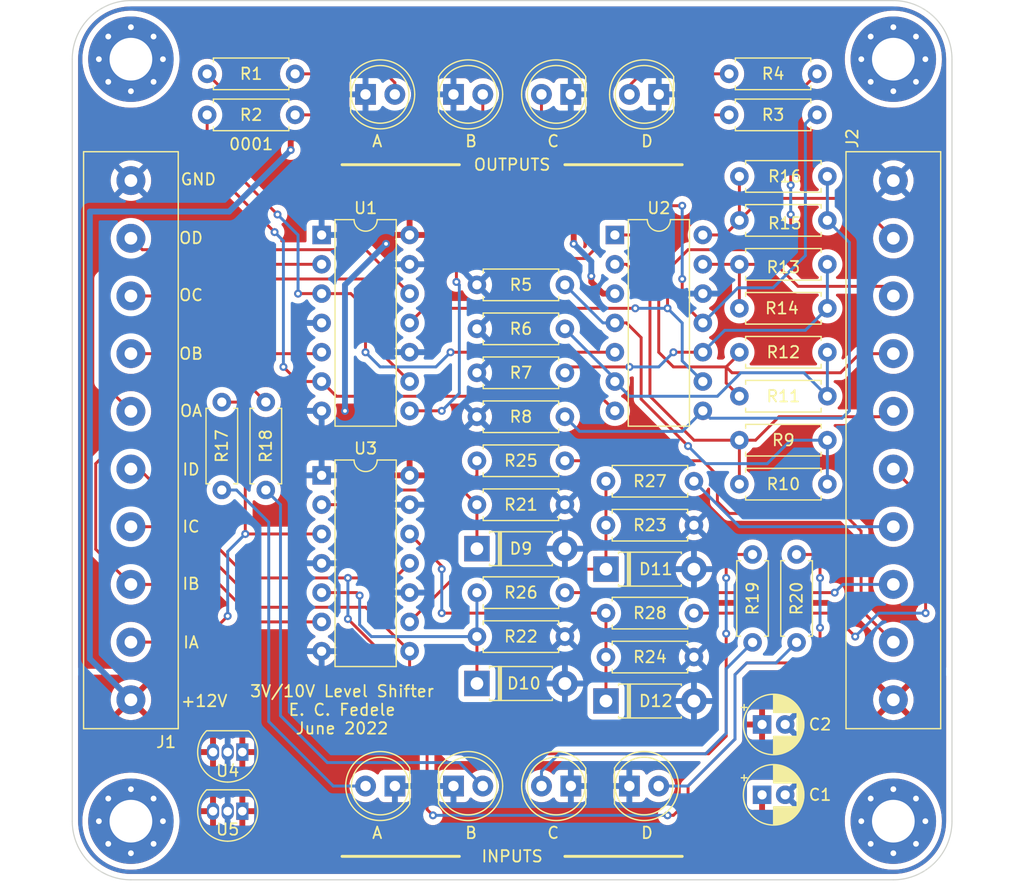
<source format=kicad_pcb>
(kicad_pcb (version 20211014) (generator pcbnew)
  (title_block (title "3.3V-10V Industrial Signaling Bidirectional Level Shifter") (date "June 26, 2022") (rev "A") (company "ecfedele") (comment 1 "PRELIMINARY"))
  (layers (0 "F.Cu" signal) (31 "B.Cu" signal) (34 "B.Paste" user) (35 "F.Paste" user) (36 "B.SilkS" user "B.Silkscreen") (37 "F.SilkS" user "F.Silkscreen") (38 "B.Mask" user) (39 "F.Mask" user) (44 "Edge.Cuts" user))
  (net 0 "")
  (net 1 "+12V")
  (net 2 "GND")
  (net 3 "+3V3")
  (net 4 "Net-(D1-Pad2)")
  (net 5 "Net-(D2-Pad2)")
  (net 6 "Net-(D3-Pad2)")
  (net 7 "Net-(D4-Pad2)")
  (net 8 "Net-(D5-Pad2)")
  (net 9 "Net-(D6-Pad2)")
  (net 10 "Net-(D7-Pad2)")
  (net 11 "Net-(D8-Pad2)")
  (net 12 "Net-(U3-Pad2)")
  (net 13 "Net-(U3-Pad5)")
  (net 14 "Net-(U3-Pad9)")
  (net 15 "Net-(U3-Pad12)")
  (net 16 "/IN_A")
  (net 17 "/IN_B")
  (net 18 "/IN_C")
  (net 19 "/IN_D")
  (net 20 "/OUT_A")
  (net 21 "/OUT_B")
  (net 22 "/OUT_C")
  (net 23 "/OUT_D")
  (net 24 "/IN_A_10V")
  (net 25 "/IN_B_10V")
  (net 26 "/IN_C_10V")
  (net 27 "/IN_D_10V")
  (net 28 "/OUT_A_10V")
  (net 29 "/OUT_B_10V")
  (net 30 "/OUT_C_10V")
  (net 31 "/OUT_D_10V")
  (net 32 "Net-(U1-Pad3)")
  (net 33 "Net-(U1-Pad6)")
  (net 34 "Net-(U1-Pad8)")
  (net 35 "Net-(U1-Pad11)")
  (net 36 "Net-(U2-Pad4)")
  (net 37 "Net-(U2-Pad6)")
  (net 38 "Net-(U2-Pad10)")
  (net 39 "Net-(U2-Pad8)")
  (footprint "Resistor_THT:R_Axial_DIN0207_L6.3mm_D2.5mm_P7.62mm_Horizontal" (layer "F.Cu") (at 147.574 111.003)
    (fp_text reference "R26")
    (fp_text value "14k")
  )
  (footprint "Resistor_THT:R_Axial_DIN0207_L6.3mm_D2.5mm_P7.62mm_Horizontal" (layer "F.Cu") (at 177.927 93.98 180)
    (fp_text reference "R11")
    (fp_text value "6.8k")
  )
  (footprint "Resistor_THT:R_Axial_DIN0207_L6.3mm_D2.5mm_P7.62mm_Horizontal" (layer "F.Cu") (at 125.476 102.108 90)
    (fp_text reference "R17")
    (fp_text value "60.4R")
  )
  (footprint "LED_THT:LED_D5.0mm" (layer "F.Cu") (at 145.542 127.762)
    (fp_text reference "D6" hide)
    (fp_text value "AMBER")
  )
  (footprint "Resistor_THT:R_Axial_DIN0207_L6.3mm_D2.5mm_P7.62mm_Horizontal" (layer "F.Cu") (at 166.37 105.156 180)
    (fp_text reference "R23")
    (fp_text value "6.8k")
  )
  (footprint "Resistor_THT:R_Axial_DIN0207_L6.3mm_D2.5mm_P7.62mm_Horizontal" (layer "F.Cu") (at 158.75 101.346)
    (fp_text reference "R27")
    (fp_text value "14k")
  )
  (footprint "MountingHole:MountingHole_3.7mm_Pad_Via" (layer "F.Cu") (at 183.642 130.81)
    (fp_text reference "REF**" hide)
    (fp_text value "MountingHole_3.7mm_Pad_Via")
  )
  (footprint "Resistor_THT:R_Axial_DIN0207_L6.3mm_D2.5mm_P7.62mm_Horizontal" (layer "F.Cu") (at 177.927 78.74 180)
    (fp_text reference "R15")
    (fp_text value "6.8k")
  )
  (footprint "Resistor_THT:R_Axial_DIN0207_L6.3mm_D2.5mm_P7.62mm_Horizontal" (layer "F.Cu") (at 170.307 90.17)
    (fp_text reference "R12")
    (fp_text value "47k")
  )
  (footprint "MountingHole:MountingHole_3.7mm_Pad_Via" (layer "F.Cu") (at 183.642 64.77)
    (fp_text reference "REF**" hide)
    (fp_text value "MountingHole_3.7mm_Pad_Via")
  )
  (footprint "Resistor_THT:R_Axial_DIN0207_L6.3mm_D2.5mm_P7.62mm_Horizontal" (layer "F.Cu") (at 170.307 86.36)
    (fp_text reference "R14")
    (fp_text value "47k")
  )
  (footprint "Package_DIP:DIP-14_W7.62mm" (layer "F.Cu") (at 159.522 80.005)
    (fp_text reference "U2")
    (fp_text value "LM339")
  )
  (footprint "Resistor_THT:R_Axial_DIN0207_L6.3mm_D2.5mm_P7.62mm_Horizontal" (layer "F.Cu") (at 177.927 97.79 180)
    (fp_text reference "R9")
    (fp_text value "6.8k")
  )
  (footprint "Resistor_THT:R_Axial_DIN0207_L6.3mm_D2.5mm_P7.62mm_Horizontal" (layer "F.Cu") (at 166.37 116.586 180)
    (fp_text reference "R24")
    (fp_text value "6.8k")
  )
  (footprint "MountingHole:MountingHole_3.7mm_Pad_Via" (layer "F.Cu") (at 117.602 64.77)
    (fp_text reference "REF**" hide)
    (fp_text value "MountingHole_3.7mm_Pad_Via")
  )
  (footprint "Resistor_THT:R_Axial_DIN0207_L6.3mm_D2.5mm_P7.62mm_Horizontal" (layer "F.Cu") (at 169.418 66.04)
    (fp_text reference "R4")
    (fp_text value "1R")
  )
  (footprint "Resistor_THT:R_Axial_DIN0207_L6.3mm_D2.5mm_P7.62mm_Horizontal" (layer "F.Cu") (at 175.26 115.316 90)
    (fp_text reference "R20")
    (fp_text value "60.4R")
  )
  (footprint "LED_THT:LED_D5.0mm" (layer "F.Cu") (at 137.922 67.818)
    (fp_text reference "D1" hide)
    (fp_text value "CYAN")
  )
  (footprint "Resistor_THT:R_Axial_DIN0207_L6.3mm_D2.5mm_P7.62mm_Horizontal" (layer "F.Cu") (at 169.418 69.596)
    (fp_text reference "R3")
    (fp_text value "1R")
  )
  (footprint "Capacitor_THT:CP_Radial_D5.0mm_P2.00mm" (layer "F.Cu") (at 172.272888 122.428)
    (fp_text reference "C2")
    (fp_text value "10μ")
  )
  (footprint "Resistor_THT:R_Axial_DIN0207_L6.3mm_D2.5mm_P7.62mm_Horizontal" (layer "F.Cu") (at 131.826 66.04 180)
    (fp_text reference "R1")
    (fp_text value "1R")
  )
  (footprint "Package_DIP:DIP-14_W7.62mm" (layer "F.Cu") (at 134.122 80.005)
    (fp_text reference "U1")
    (fp_text value "SN74HC125N")
  )
  (footprint "Resistor_THT:R_Axial_DIN0207_L6.3mm_D2.5mm_P7.62mm_Horizontal" (layer "F.Cu") (at 131.826 69.596 180)
    (fp_text reference "R2")
    (fp_text value "1R")
  )
  (footprint "Diode_THT:D_DO-41_SOD81_P7.62mm_Horizontal" (layer "F.Cu") (at 158.75 108.966)
    (fp_text reference "D11")
    (fp_text value "1N4728A")
  )
  (footprint "LED_THT:LED_D5.0mm" (layer "F.Cu") (at 155.702 67.818 180)
    (fp_text reference "D3" hide)
    (fp_text value "CYAN")
  )
  (footprint "Library:1-282836-0" (layer "F.Cu") (at 183.642 97.79 -90)
    (fp_text reference "J2")
    (fp_text value "OUTPUT TERMINAL")
  )
  (footprint "LED_THT:LED_D5.0mm" (layer "F.Cu") (at 160.776996 127.762)
    (fp_text reference "D8" hide)
    (fp_text value "AMBER")
  )
  (footprint "Resistor_THT:R_Axial_DIN0207_L6.3mm_D2.5mm_P7.62mm_Horizontal" (layer "F.Cu") (at 147.574 91.948)
    (fp_text reference "R7")
    (fp_text value "3.3k")
  )
  (footprint "LED_THT:LED_D5.0mm" (layer "F.Cu") (at 163.322 67.818 180)
    (fp_text reference "D4" hide)
    (fp_text value "CYAN")
  )
  (footprint "Capacitor_THT:CP_Radial_D5.0mm_P2.00mm" (layer "F.Cu") (at 172.272888 128.524)
    (fp_text reference "C1")
    (fp_text value "100μ")
  )
  (footprint "Package_TO_SOT_THT:TO-92_Inline" (layer "F.Cu") (at 127.254 129.942 180)
    (fp_text reference "U5")
    (fp_text value "MCP1702")
  )
  (footprint "Resistor_THT:R_Axial_DIN0207_L6.3mm_D2.5mm_P7.62mm_Horizontal" (layer "F.Cu") (at 170.307 101.6)
    (fp_text reference "R10")
    (fp_text value "47k")
  )
  (footprint "Resistor_THT:R_Axial_DIN0207_L6.3mm_D2.5mm_P7.62mm_Horizontal" (layer "F.Cu") (at 147.574 88.138)
    (fp_text reference "R6")
    (fp_text value "3.3k")
  )
  (footprint "Resistor_THT:R_Axial_DIN0207_L6.3mm_D2.5mm_P7.62mm_Horizontal" (layer "F.Cu") (at 158.75 112.776)
    (fp_text reference "R28")
    (fp_text value "14k")
  )
  (footprint "LED_THT:LED_D5.0mm" (layer "F.Cu") (at 155.707004 127.762 180)
    (fp_text reference "D7" hide)
    (fp_text value "AMBER")
  )
  (footprint "Package_TO_SOT_THT:TO-92_Inline" (layer "F.Cu") (at 127.254 124.820006 180)
    (fp_text reference "U4")
    (fp_text value "MCP1702")
  )
  (footprint "Resistor_THT:R_Axial_DIN0207_L6.3mm_D2.5mm_P7.62mm_Horizontal" (layer "F.Cu") (at 170.307 74.93)
    (fp_text reference "R16")
    (fp_text value "47k")
  )
  (footprint "Resistor_THT:R_Axial_DIN0207_L6.3mm_D2.5mm_P7.62mm_Horizontal" (layer "F.Cu") (at 147.574 99.573)
    (fp_text reference "R25")
    (fp_text value "14k")
  )
  (footprint "LED_THT:LED_D5.0mm" (layer "F.Cu") (at 140.467004 127.762 180)
    (fp_text reference "D5" hide)
    (fp_text value "AMBER")
  )
  (footprint "Diode_THT:D_DO-41_SOD81_P7.62mm_Horizontal" (layer "F.Cu") (at 147.574 107.193)
    (fp_text reference "D9")
    (fp_text value "1N4728A")
  )
  (footprint "Resistor_THT:R_Axial_DIN0207_L6.3mm_D2.5mm_P7.62mm_Horizontal" (layer "F.Cu") (at 147.574 95.758)
    (fp_text reference "R8")
    (fp_text value "3.3k")
  )
  (footprint "LED_THT:LED_D5.0mm" (layer "F.Cu") (at 145.542 67.818)
    (fp_text reference "D2" hide)
    (fp_text value "CYAN")
  )
  (footprint "Package_DIP:DIP-14_W7.62mm" (layer "F.Cu") (at 134.122 100.838)
    (fp_text reference "U3")
    (fp_text value "SN74HC125N")
  )
  (footprint "Resistor_THT:R_Axial_DIN0207_L6.3mm_D2.5mm_P7.62mm_Horizontal" (layer "F.Cu") (at 147.574 84.328)
    (fp_text reference "R5")
    (fp_text value "3.3k")
  )
  (footprint "Resistor_THT:R_Axial_DIN0207_L6.3mm_D2.5mm_P7.62mm_Horizontal" (layer "F.Cu") (at 171.45 115.316 90)
    (fp_text reference "R19")
    (fp_text value "60.4R")
  )
  (footprint "Diode_THT:D_DO-41_SOD81_P7.62mm_Horizontal" (layer "F.Cu") (at 147.574 118.877)
    (fp_text reference "D10")
    (fp_text value "1N4728A")
  )
  (footprint "Resistor_THT:R_Axial_DIN0207_L6.3mm_D2.5mm_P7.62mm_Horizontal" (layer "F.Cu") (at 155.194 114.813 180)
    (fp_text reference "R22")
    (fp_text value "6.8k")
  )
  (footprint "Resistor_THT:R_Axial_DIN0207_L6.3mm_D2.5mm_P7.62mm_Horizontal" (layer "F.Cu") (at 177.927 82.55 180)
    (fp_text reference "R13")
    (fp_text value "6.8k")
  )
  (footprint "Resistor_THT:R_Axial_DIN0207_L6.3mm_D2.5mm_P7.62mm_Horizontal" (layer "F.Cu") (at 155.194 103.383 180)
    (fp_text reference "R21")
    (fp_text value "6.8k")
  )
  (footprint "Resistor_THT:R_Axial_DIN0207_L6.3mm_D2.5mm_P7.62mm_Horizontal" (layer "F.Cu") (at 129.286 102.108 90)
    (fp_text reference "R18")
    (fp_text value "60.4R")
  )
  (footprint "Library:1-282836-0" (layer "F.Cu") (at 117.602 97.79 90)
    (fp_text reference "J1")
    (fp_text value "INPUT TERMINAL")
  )
  (footprint "Diode_THT:D_DO-41_SOD81_P7.62mm_Horizontal" (layer "F.Cu") (at 158.75 120.396)
    (fp_text reference "D12")
    (fp_text value "1N4728A")
  )
  (footprint "MountingHole:MountingHole_3.7mm_Pad_Via" (layer "F.Cu") (at 117.602 130.81)
    (fp_text reference "REF**" hide)
    (fp_text value "MountingHole_3.7mm_Pad_Via")
  )
  (gr_line (start 135.89 133.858) (end 146.05 133.858) (layer "F.SilkS") (width 0.254))
  (gr_line (start 135.89 73.914) (end 146.05 73.914) (layer "F.SilkS") (width 0.254))
  (gr_line (start 155.194 73.914) (end 165.354 73.914) (layer "F.SilkS") (width 0.254))
  (gr_line (start 155.194 133.858) (end 165.354 133.858) (layer "F.SilkS") (width 0.254))
  (gr_line (start 188.722 130.81) (end 188.722 64.77) (layer "Edge.Cuts") (width 0.1))
  (gr_line (start 112.522 64.77) (end 112.522 130.81) (layer "Edge.Cuts") (width 0.1))
  (gr_line (start 183.642 59.69) (end 117.602 59.69) (layer "Edge.Cuts") (width 0.1))
  (gr_arc (start 117.602 135.89) (mid 114.009898 134.402102) (end 112.522 130.81) (layer "Edge.Cuts") (width 0.1))
  (gr_line (start 117.602 135.89) (end 183.642 135.89) (layer "Edge.Cuts") (width 0.1))
  (gr_arc (start 188.722 130.81) (mid 187.234102 134.402102) (end 183.642 135.89) (layer "Edge.Cuts") (width 0.1))
  (gr_arc (start 183.642 59.69) (mid 187.234102 61.177898) (end 188.722 64.77) (layer "Edge.Cuts") (width 0.1))
  (gr_arc (start 112.522 64.77) (mid 114.009898 61.177898) (end 117.602 59.69) (layer "Edge.Cuts") (width 0.1))
  (gr_text "B" (at 147.066 131.826) (layer "F.SilkS") (effects (font (size 1.00076 1.00076))))
  (gr_text "IA" (at 122.809 115.316) (layer "F.SilkS") (effects (font (size 1 1))))
  (gr_text "+12V" (at 123.952 120.396) (layer "F.SilkS") (effects (font (size 1 1))))
  (gr_text "OC" (at 122.809 85.217) (layer "F.SilkS") (effects (font (size 1 1))))
  (gr_text "OUTPUTS" (at 150.622 73.914) (layer "F.SilkS") (effects (font (size 1.00076 1.00076))))
  (gr_text "INPUTS" (at 150.622 133.858) (layer "F.SilkS") (effects (font (size 1.00076 1.00076))))
  (gr_text "GND" (at 123.444 75.184) (layer "F.SilkS") (effects (font (size 1 1))))
  (gr_text "ID" (at 122.809 100.33) (layer "F.SilkS") (effects (font (size 1 1))))
  (gr_text "0001" (at 128.016 72.136) (layer "F.SilkS") (effects (font (size 1 1))))
  (gr_text "IC" (at 122.809 105.283) (layer "F.SilkS") (effects (font (size 1 1))))
  (gr_text "A" (at 138.938 131.826) (layer "F.SilkS") (effects (font (size 1.00076 1.00076))))
  (gr_text "B" (at 147.066 71.882) (layer "F.SilkS") (effects (font (size 1.00076 1.00076))))
  (gr_text "D" (at 162.306 71.882) (layer "F.SilkS") (effects (font (size 1.00076 1.00076))))
  (gr_text "OA" (at 122.809 95.25) (layer "F.SilkS") (effects (font (size 1 1))))
  (gr_text "C" (at 154.178 71.882) (layer "F.SilkS") (effects (font (size 1.00076 1.00076))))
  (gr_text "A" (at 138.938 71.882) (layer "F.SilkS") (effects (font (size 1.00076 1.00076))))
  (gr_text "C" (at 154.178 131.826) (layer "F.SilkS") (effects (font (size 1.00076 1.00076))))
  (gr_text "IB" (at 122.809 110.236) (layer "F.SilkS") (effects (font (size 1 1))))
  (gr_text "3V/10V Level Shifter\nE. C. Fedele\nJune 2022" (at 135.89 121.158) (layer "F.SilkS") (effects (font (size 1 1))))
  (gr_text "D" (at 162.306 131.826) (layer "F.SilkS") (effects (font (size 1.00076 1.00076))))
  (gr_text "OD" (at 122.809 80.264) (layer "F.SilkS") (effects (font (size 1 1))))
  (gr_text "OB" (at 122.809 90.297) (layer "F.SilkS") (effects (font (size 1 1))))
  (segment (start 159.522 85.085) (end 158.491 85.085) (width 0.508) (layer "F.Cu") (net 1))
  (segment (start 153.797 71.628) (end 131.445 71.628) (width 0.508) (layer "F.Cu") (net 1))
  (segment (start 157.48 84.074) (end 157.48 83.566) (width 0.508) (layer "F.Cu") (net 1))
  (segment (start 155.956 80.772) (end 155.956 77.724) (width 0.508) (layer "F.Cu") (net 1))
  (segment (start 131.445 71.628) (end 131.445 72.644) (width 0.508) (layer "F.Cu") (net 1))
  (segment (start 155.067 71.628) (end 153.797 71.628) (width 0.508) (layer "F.Cu") (net 1))
  (segment (start 157.734 84.328) (end 157.48 84.074) (width 0.508) (layer "F.Cu") (net 1))
  (segment (start 158.491 85.085) (end 157.734 84.328) (width 0.508) (layer "F.Cu") (net 1))
  (segment (start 155.956 72.517) (end 155.067 71.628) (width 0.508) (layer "F.Cu") (net 1))
  (segment (start 155.956 77.724) (end 155.956 72.517) (width 0.508) (layer "F.Cu") (net 1))
  (via (at 131.445 72.644) (size 0.6858) (drill 0.3302) (layers "F.Cu" "B.Cu") (net 1))
  (via (at 157.48 83.566) (size 0.6858) (drill 0.3302) (layers "F.Cu" "B.Cu") (net 1))
  (via (at 155.956 80.772) (size 0.6858) (drill 0.3302) (layers "F.Cu" "B.Cu") (net 1))
  (segment (start 114.046 77.978) (end 114.046 116.734) (width 0.508) (layer "B.Cu") (net 1))
  (segment (start 114.046 116.734) (end 117.602 120.29) (width 0.508) (layer "B.Cu") (net 1))
  (segment (start 126.111 77.978) (end 114.046 77.978) (width 0.508) (layer "B.Cu") (net 1))
  (segment (start 157.48 82.296) (end 155.956 80.772) (width 0.508) (layer "B.Cu") (net 1))
  (segment (start 157.48 83.566) (end 157.48 82.296) (width 0.508) (layer "B.Cu") (net 1))
  (segment (start 131.445 72.644) (end 126.111 77.978) (width 0.508) (layer "B.Cu") (net 1))
  (segment (start 141.742 80.005) (end 140.467 80.005) (width 0.508) (layer "F.Cu") (net 3))
  (segment (start 140.467 80.005) (end 139.7 80.772) (width 0.508) (layer "F.Cu") (net 3))
  (via (at 136.144 95.25) (size 0.6858) (drill 0.3302) (layers "F.Cu" "B.Cu") (net 3))
  (via (at 139.7 80.772) (size 0.6858) (drill 0.3302) (layers "F.Cu" "B.Cu") (net 3))
  (segment (start 139.7 80.772) (end 136.144 84.328) (width 0.508) (layer "B.Cu") (net 3))
  (segment (start 136.144 84.328) (end 136.144 95.25) (width 0.508) (layer "B.Cu") (net 3))
  (segment (start 131.826 66.04) (end 139.7 66.04) (width 0.254) (layer "F.Cu") (net 4))
  (segment (start 139.7 66.04) (end 140.462 66.802) (width 0.254) (layer "F.Cu") (net 4))
  (segment (start 140.462 66.802) (end 140.462 67.818) (width 0.254) (layer "F.Cu") (net 4))
  (segment (start 131.826 69.596) (end 148.082 69.596) (width 0.254) (layer "F.Cu") (net 5))
  (segment (start 148.082 69.596) (end 148.082 67.818) (width 0.254) (layer "F.Cu") (net 5))
  (segment (start 169.418 69.596) (end 153.162 69.596) (width 0.254) (layer "F.Cu") (net 6))
  (segment (start 153.162 69.596) (end 153.162 67.818) (width 0.254) (layer "F.Cu") (net 6))
  (segment (start 161.798 66.04) (end 160.782 67.056) (width 0.254) (layer "F.Cu") (net 7))
  (segment (start 169.418 66.04) (end 161.798 66.04) (width 0.254) (layer "F.Cu") (net 7))
  (segment (start 160.782 67.056) (end 160.782 67.818) (width 0.254) (layer "F.Cu") (net 7))
  (segment (start 129.54 104.902) (end 129.54 122.174) (width 0.254) (layer "B.Cu") (net 8))
  (segment (start 126.746 102.108) (end 129.54 104.902) (width 0.254) (layer "B.Cu") (net 8))
  (segment (start 135.128 127.762) (end 137.927 127.762) (width 0.254) (layer "B.Cu") (net 8))
  (segment (start 129.54 122.174) (end 135.128 127.762) (width 0.254) (layer "B.Cu") (net 8))
  (segment (start 125.476 102.108) (end 126.746 102.108) (width 0.254) (layer "B.Cu") (net 8))
  (segment (start 134.62 125.73) (end 146.05 125.73) (width 0.254) (layer "B.Cu") (net 9))
  (segment (start 130.556 103.378) (end 130.556 121.666) (width 0.254) (layer "B.Cu") (net 9))
  (segment (start 146.05 125.735) (end 148.077 127.762) (width 0.254) (layer "B.Cu") (net 9))
  (segment (start 146.05 125.73) (end 146.05 125.735) (width 0.254) (layer "B.Cu") (net 9))
  (segment (start 130.556 121.666) (end 134.62 125.73) (width 0.254) (layer "B.Cu") (net 9))
  (segment (start 129.286 102.108) (end 130.556 103.378) (width 0.254) (layer "B.Cu") (net 9))
  (segment (start 153.167 127.762) (end 153.167 126.497) (width 0.254) (layer "B.Cu") (net 10))
  (segment (start 169.164 117.602) (end 171.45 115.316) (width 0.254) (layer "B.Cu") (net 10))
  (segment (start 169.164 123.19) (end 169.164 117.602) (width 0.254) (layer "B.Cu") (net 10))
  (segment (start 167.386 124.968) (end 169.164 123.19) (width 0.254) (layer "B.Cu") (net 10))
  (segment (start 153.162 126.492) (end 154.686 124.968) (width 0.254) (layer "B.Cu") (net 10))
  (segment (start 153.167 126.497) (end 153.162 126.492) (width 0.254) (layer "B.Cu") (net 10))
  (segment (start 154.686 124.968) (end 167.386 124.968) (width 0.254) (layer "B.Cu") (net 10))
  (segment (start 169.926 118.11) (end 170.942 117.094) (width 0.254) (layer "B.Cu") (net 11))
  (segment (start 170.942 117.094) (end 173.482 117.094) (width 0.254) (layer "B.Cu") (net 11))
  (segment (start 173.482 117.094) (end 175.26 115.316) (width 0.254) (layer "B.Cu") (net 11))
  (segment (start 169.926 123.698) (end 169.926 118.11) (width 0.254) (layer "B.Cu") (net 11))
  (segment (start 163.317 127.762) (end 165.862 127.762) (width 0.254) (layer "B.Cu") (net 11))
  (segment (start 165.862 127.762) (end 169.926 123.698) (width 0.254) (layer "B.Cu") (net 11))
  (segment (start 134.122 103.378) (end 138.176 103.378) (width 0.254) (layer "F.Cu") (net 12))
  (segment (start 147.574 100.833) (end 146.299 102.108) (width 0.254) (layer "F.Cu") (net 12))
  (segment (start 147.574 107.193) (end 147.574 103.383) (width 0.254) (layer "F.Cu") (net 12))
  (segment (start 147.574 99.573) (end 147.574 100.833) (width 0.254) (layer "F.Cu") (net 12))
  (segment (start 146.299 102.108) (end 147.574 103.383) (width 0.254) (layer "F.Cu") (net 12))
  (segment (start 139.446 102.108) (end 146.299 102.108) (width 0.254) (layer "F.Cu") (net 12))
  (segment (start 138.176 103.378) (end 139.446 102.108) (width 0.254) (layer "F.Cu") (net 12))
  (segment (start 137.16 110.998) (end 134.122 110.998) (width 0.254) (layer "F.Cu") (net 13))
  (segment (start 137.414 111.252) (end 137.16 110.998) (width 0.254) (layer "F.Cu") (net 13))
  (segment (start 147.574 118.877) (end 147.574 114.813) (width 0.254) (layer "F.Cu") (net 13))
  (via (at 137.414 111.252) (size 0.6858) (drill 0.3302) (layers "F.Cu" "B.Cu") (net 13))
  (segment (start 137.414 113.792) (end 138.435 114.813) (width 0.254) (layer "B.Cu") (net 13))
  (segment (start 137.414 111.252) (end 137.414 113.792) (width 0.254) (layer "B.Cu") (net 13))
  (segment (start 138.435 114.813) (end 147.574 114.813) (width 0.254) (layer "B.Cu") (net 13))
  (segment (start 147.574 111.003) (end 147.574 114.813) (width 0.254) (layer "B.Cu") (net 13))
  (segment (start 158.75 108.966) (end 158.75 105.156) (width 0.254) (layer "F.Cu") (net 14))
  (segment (start 146.05 109.23) (end 146.05 109.22) (width 0.254) (layer "F.Cu") (net 14))
  (segment (start 141.742 113.538) (end 146.05 109.23) (width 0.254) (layer "F.Cu") (net 14))
  (segment (start 146.304 108.966) (end 158.75 108.966) (width 0.254) (layer "F.Cu") (net 14))
  (segment (start 158.75 105.156) (end 158.75 101.346) (width 0.254) (layer "F.Cu") (net 14))
  (segment (start 146.05 109.22) (end 146.304 108.966) (width 0.254) (layer "F.Cu") (net 14))
  (segment (start 158.75 112.776) (end 158.75 116.586) (width 0.254) (layer "F.Cu") (net 15))
  (segment (start 158.75 116.586) (end 158.75 120.396) (width 0.254) (layer "F.Cu") (net 15))
  (segment (start 141.742 105.918) (end 144.526 108.702) (width 0.254) (layer "F.Cu") (net 15))
  (segment (start 144.526 112.776) (end 158.75 112.776) (width 0.254) (layer "F.Cu") (net 15))
  (segment (start 144.526 108.702) (end 144.526 108.966) (width 0.254) (layer "F.Cu") (net 15))
  (via (at 144.526 108.966) (size 0.6858) (drill 0.3302) (layers "F.Cu" "B.Cu") (net 15))
  (via (at 144.526 112.776) (size 0.6858) (drill 0.3302) (layers "F.Cu" "B.Cu") (net 15))
  (segment (start 144.526 108.966) (end 144.526 112.776) (width 0.254) (layer "B.Cu") (net 15))
  (segment (start 123.724 115.29) (end 125.984 113.03) (width 0.254) (layer "F.Cu") (net 16))
  (segment (start 125.476 94.488) (end 127 94.488) (width 0.254) (layer "F.Cu") (net 16))
  (segment (start 117.602 115.29) (end 123.724 115.29) (width 0.254) (layer "F.Cu") (net 16))
  (segment (start 127 94.488) (end 127.508 94.996) (width 0.254) (layer "F.Cu") (net 16))
  (segment (start 127.508 94.996) (end 127.508 105.918) (width 0.254) (layer "F.Cu") (net 16))
  (segment (start 127.508 105.918) (end 134.122 105.918) (width 0.254) (layer "F.Cu") (net 16))
  (via (at 127.508 105.918) (size 0.6858) (drill 0.3302) (layers "F.Cu" "B.Cu") (net 16))
  (via (at 125.984 113.03) (size 0.6858) (drill 0.3302) (layers "F.Cu" "B.Cu") (net 16))
  (segment (start 125.984 107.442) (end 127.508 105.918) (width 0.254) (layer "B.Cu") (net 16))
  (segment (start 125.984 113.03) (end 125.984 107.442) (width 0.254) (layer "B.Cu") (net 16))
  (segment (start 122.174 96.266) (end 120.65 97.79) (width 0.254) (layer "F.Cu") (net 17))
  (segment (start 123.698 92.964) (end 122.174 94.488) (width 0.254) (layer "F.Cu") (net 17))
  (segment (start 122.174 94.488) (end 122.174 96.266) (width 0.254) (layer "F.Cu") (net 17))
  (segment (start 117.602 110.29) (end 125.276 110.29) (width 0.254) (layer "F.Cu") (net 17))
  (segment (start 127.762 92.964) (end 123.698 92.964) (width 0.254) (layer "F.Cu") (net 17))
  (segment (start 120.65 97.79) (end 116.586 97.79) (width 0.254) (layer "F.Cu") (net 17))
  (segment (start 116.586 97.79) (end 114.554 99.822) (width 0.254) (layer "F.Cu") (net 17))
  (segment (start 114.554 99.822) (end 114.554 107.242) (width 0.254) (layer "F.Cu") (net 17))
  (segment (start 125.276 110.29) (end 128.524 113.538) (width 0.254) (layer "F.Cu") (net 17))
  (segment (start 128.524 113.538) (end 134.122 113.538) (width 0.254) (layer "F.Cu") (net 17))
  (segment (start 114.554 107.242) (end 117.602 110.29) (width 0.254) (layer "F.Cu") (net 17))
  (segment (start 129.286 94.488) (end 127.762 92.964) (width 0.254) (layer "F.Cu") (net 17))
  (segment (start 121.8 105.29) (end 128.778 112.268) (width 0.254) (layer "F.Cu") (net 18))
  (segment (start 145.288 124.968) (end 167.64 124.968) (width 0.254) (layer "F.Cu") (net 18))
  (segment (start 169.164 108.204) (end 169.672 107.696) (width 0.254) (layer "F.Cu") (net 18))
  (segment (start 128.778 112.268) (end 137.932 112.268) (width 0.254) (layer "F.Cu") (net 18))
  (segment (start 141.742 121.422) (end 145.288 124.968) (width 0.254) (layer "F.Cu") (net 18))
  (segment (start 169.672 107.696) (end 171.45 107.696) (width 0.254) (layer "F.Cu") (net 18))
  (segment (start 169.164 123.444) (end 169.164 114.554) (width 0.254) (layer "F.Cu") (net 18))
  (segment (start 167.64 124.968) (end 169.164 123.444) (width 0.254) (layer "F.Cu") (net 18))
  (segment (start 117.602 105.29) (end 121.8 105.29) (width 0.254) (layer "F.Cu") (net 18))
  (segment (start 141.742 116.078) (end 141.742 121.422) (width 0.254) (layer "F.Cu") (net 18))
  (segment (start 169.164 109.728) (end 169.164 108.204) (width 0.254) (layer "F.Cu") (net 18))
  (segment (start 137.932 112.268) (end 141.742 116.078) (width 0.254) (layer "F.Cu") (net 18))
  (via (at 169.164 109.728) (size 0.6858) (drill 0.3302) (layers "F.Cu" "B.Cu") (net 18))
  (via (at 169.164 114.554) (size 0.6858) (drill 0.3302) (layers "F.Cu" "B.Cu") (net 18))
  (segment (start 169.164 114.554) (end 169.164 109.728) (width 0.254) (layer "B.Cu") (net 18))
  (segment (start 170.942 117.094) (end 176.784 117.094) (width 0.254) (layer "F.Cu") (net 19))
  (segment (start 164.084 130.302) (end 164.592 130.302) (width 0.254) (layer "F.Cu") (net 19))
  (segment (start 165.862 127.762) (end 169.926 123.698) (width 0.254) (layer "F.Cu") (net 19))
  (segment (start 177.038 107.696) (end 175.26 107.696) (width 0.254) (layer "F.Cu") (net 19))
  (segment (start 176.784 117.094) (end 177.292 116.586) (width 0.254) (layer "F.Cu") (net 19))
  (segment (start 127.762 109.728) (end 136.398 109.728) (width 0.254) (layer "F.Cu") (net 19))
  (segment (start 118.324 100.29) (end 127.762 109.728) (width 0.254) (layer "F.Cu") (net 19))
  (segment (start 136.398 113.284) (end 140.97 117.856) (width 0.254) (layer "F.Cu") (net 19))
  (segment (start 140.97 121.92) (end 143.002 123.952) (width 0.254) (layer "F.Cu") (net 19))
  (segment (start 143.256 124.206) (end 143.256 129.794) (width 0.254) (layer "F.Cu") (net 19))
  (segment (start 165.862 129.032) (end 165.862 127.762) (width 0.254) (layer "F.Cu") (net 19))
  (segment (start 140.97 118.364) (end 140.97 121.92) (width 0.254) (layer "F.Cu") (net 19))
  (segment (start 143.256 129.794) (end 143.764 130.302) (width 0.254) (layer "F.Cu") (net 19))
  (segment (start 177.292 109.728) (end 177.292 107.95) (width 0.254) (layer "F.Cu") (net 19))
  (segment (start 140.472 109.728) (end 136.398 109.728) (width 0.254) (layer "F.Cu") (net 19))
  (segment (start 169.926 123.698) (end 169.926 118.11) (width 0.254) (layer "F.Cu") (net 19))
  (segment (start 177.292 116.586) (end 177.292 114.046) (width 0.254) (layer "F.Cu") (net 19))
  (segment (start 177.292 107.95) (end 177.038 107.696) (width 0.254) (layer "F.Cu") (net 19))
  (segment (start 140.97 117.856) (end 140.97 118.364) (width 0.254) (layer "F.Cu") (net 19))
  (segment (start 169.926 118.11) (end 170.942 117.094) (width 0.254) (layer "F.Cu") (net 19))
  (segment (start 117.602 100.29) (end 118.324 100.29) (width 0.254) (layer "F.Cu") (net 19))
  (segment (start 143.002 123.952) (end 143.256 124.206) (width 0.254) (layer "F.Cu") (net 19))
  (segment (start 141.742 108.458) (end 140.472 109.728) (width 0.254) (layer "F.Cu") (net 19))
  (segment (start 164.592 130.302) (end 165.862 129.032) (width 0.254) (layer "F.Cu") (net 19))
  (via (at 177.292 109.728) (size 0.6858) (drill 0.3302) (layers "F.Cu" "B.Cu") (net 19))
  (via (at 136.398 109.728) (size 0.6858) (drill 0.3302) (layers "F.Cu" "B.Cu") (net 19))
  (via (at 164.084 130.302) (size 0.6858) (drill 0.3302) (layers "F.Cu" "B.Cu") (net 19))
  (via (at 177.292 114.046) (size 0.6858) (drill 0.3302) (layers "F.Cu" "B.Cu") (net 19))
  (via (at 143.764 130.302) (size 0.6858) (drill 0.3302) (layers "F.Cu" "B.Cu") (net 19))
  (via (at 136.398 113.284) (size 0.6858) (drill 0.3302) (layers "F.Cu" "B.Cu") (net 19))
  (segment (start 136.398 109.728) (end 136.398 113.284) (width 0.254) (layer "B.Cu") (net 19))
  (segment (start 177.292 114.046) (end 177.292 109.728) (width 0.254) (layer "B.Cu") (net 19))
  (segment (start 143.764 130.302) (end 164.084 130.302) (width 0.254) (layer "B.Cu") (net 19))
  (segment (start 117.602 95.29) (end 115.062 92.75) (width 0.254) (layer "F.Cu") (net 20))
  (segment (start 115.062 83.82) (end 116.337 82.545) (width 0.254) (layer "F.Cu") (net 20))
  (segment (start 115.062 92.71) (end 115.062 83.82) (width 0.254) (layer "F.Cu") (net 20))
  (segment (start 115.062 92.75) (end 115.062 92.71) (width 0.254) (layer "F.Cu") (net 20))
  (segment (start 116.337 82.545) (end 134.122 82.545) (width 0.254) (layer "F.Cu") (net 20))
  (segment (start 117.602 90.29) (end 133.997 90.29) (width 0.254) (layer "F.Cu") (net 21))
  (segment (start 133.997 90.29) (end 134.122 90.165) (width 0.254) (layer "F.Cu") (net 21))
  (segment (start 121.212 85.29) (end 122.682 83.82) (width 0.254) (layer "F.Cu") (net 22))
  (segment (start 137.922 83.82) (end 139.192 85.09) (width 0.254) (layer "F.Cu") (net 22))
  (segment (start 139.207 90.17) (end 141.742 92.705) (width 0.254) (layer "F.Cu") (net 22))
  (segment (start 139.192 85.09) (end 139.192 90.17) (width 0.254) (layer "F.Cu") (net 22))
  (segment (start 117.602 85.29) (end 121.212 85.29) (width 0.254) (layer "F.Cu") (net 22))
  (segment (start 122.682 83.82) (end 137.922 83.82) (width 0.254) (layer "F.Cu") (net 22))
  (segment (start 139.192 90.17) (end 139.207 90.17) (width 0.254) (layer "F.Cu") (net 22))
  (segment (start 117.602 80.29) (end 118.592 81.28) (width 0.254) (layer "F.Cu") (net 23))
  (segment (start 137.937 81.28) (end 141.742 85.085) (width 0.254) (layer "F.Cu") (net 23))
  (segment (start 118.592 81.28) (end 137.937 81.28) (width 0.254) (layer "F.Cu") (net 23))
  (segment (start 155.194 99.573) (end 166.873 99.573) (width 0.254) (layer "F.Cu") (net 24))
  (segment (start 166.873 99.573) (end 166.878 99.568) (width 0.254) (layer "F.Cu") (net 24))
  (segment (start 168.402 103.124) (end 169.418 104.14) (width 0.254) (layer "F.Cu") (net 24))
  (segment (start 167.132 99.568) (end 168.402 100.838) (width 0.254) (layer "F.Cu") (net 24))
  (segment (start 180.848 112.522) (end 180.874 112.522) (width 0.254) (layer "F.Cu") (net 24))
  (segment (start 180.874 112.522) (end 183.642 115.29) (width 0.254) (layer "F.Cu") (net 24))
  (segment (start 169.418 104.14) (end 179.324 104.14) (width 0.254) (layer "F.Cu") (net 24))
  (segment (start 166.878 99.568) (end 167.132 99.568) (width 0.254) (layer "F.Cu") (net 24))
  (segment (start 168.402 100.838) (end 168.402 103.124) (width 0.254) (layer "F.Cu") (net 24))
  (segment (start 179.324 104.14) (end 180.848 105.664) (width 0.254) (layer "F.Cu") (net 24))
  (segment (start 180.848 105.664) (end 180.848 112.522) (width 0.254) (layer "F.Cu") (net 24))
  (segment (start 178.557 111.003) (end 178.562 110.998) (width 0.254) (layer "F.Cu") (net 25))
  (segment (start 155.194 111.003) (end 178.557 111.003) (width 0.254) (layer "F.Cu") (net 25))
  (via (at 178.562 110.998) (size 0.6858) (drill 0.3302) (layers "F.Cu" "B.Cu") (net 25))
  (segment (start 178.562 110.998) (end 179.27 110.29) (width 0.254) (layer "B.Cu") (net 25))
  (segment (start 179.27 110.29) (end 183.642 110.29) (width 0.254) (layer "B.Cu") (net 25))
  (segment (start 170.314 105.29) (end 183.642 105.29) (width 0.254) (layer "B.Cu") (net 26))
  (segment (start 166.37 101.346) (end 170.314 105.29) (width 0.254) (layer "B.Cu") (net 26))
  (segment (start 178.308 112.776) (end 180.34 114.808) (width 0.254) (layer "F.Cu") (net 27))
  (segment (start 186.436 103.084) (end 183.642 100.29) (width 0.254) (layer "F.Cu") (net 27))
  (segment (start 166.37 112.776) (end 178.308 112.776) (width 0.254) (layer "F.Cu") (net 27))
  (segment (start 186.436 112.776) (end 186.436 103.084) (width 0.254) (layer "F.Cu") (net 27))
  (via (at 186.436 112.776) (size 0.6858) (drill 0.3302) (layers "F.Cu" "B.Cu") (net 27))
  (via (at 180.34 114.808) (size 0.6858) (drill 0.3302) (layers "F.Cu" "B.Cu") (net 27))
  (segment (start 180.34 114.808) (end 182.372 112.776) (width 0.254) (layer "B.Cu") (net 27))
  (segment (start 182.372 112.776) (end 186.436 112.776) (width 0.254) (layer "B.Cu") (net 27))
  (segment (start 170.307 97.79) (end 166.37 97.79) (width 0.254) (layer "F.Cu") (net 28))
  (segment (start 160.523 82.545) (end 159.522 82.545) (width 0.254) (layer "F.Cu") (net 28))
  (segment (start 162.56 93.98) (end 162.56 84.582) (width 0.254) (layer "F.Cu") (net 28))
  (segment (start 183.174 95.758) (end 183.642 95.29) (width 0.254) (layer "F.Cu") (net 28))
  (segment (start 162.56 84.582) (end 160.523 82.545) (width 0.254) (layer "F.Cu") (net 28))
  (segment (start 166.37 97.79) (end 162.56 93.98) (width 0.254) (layer "F.Cu") (net 28))
  (segment (start 170.307 97.79) (end 171.704 97.79) (width 0.254) (layer "F.Cu") (net 28))
  (segment (start 171.704 97.79) (end 173.736 95.758) (width 0.254) (layer "F.Cu") (net 28))
  (segment (start 170.307 101.6) (end 170.307 97.79) (width 0.254) (layer "F.Cu") (net 28))
  (segment (start 173.736 95.758) (end 183.174 95.758) (width 0.254) (layer "F.Cu") (net 28))
  (segment (start 159.522 80.005) (end 161.793 80.005) (width 0.254) (layer "F.Cu") (net 29))
  (segment (start 180.728 90.29) (end 183.642 90.29) (width 0.254) (layer "F.Cu") (net 29))
  (segment (start 169.164 92.837) (end 169.164 91.44) (width 0.254) (layer "F.Cu") (net 29))
  (segment (start 169.164 91.44) (end 169.672 91.948) (width 0.254) (layer "F.Cu") (net 29))
  (segment (start 161.793 80.005) (end 163.322 81.534) (width 0.254) (layer "F.Cu") (net 29))
  (segment (start 169.672 91.948) (end 179.07 91.948) (width 0.254) (layer "F.Cu") (net 29))
  (segment (start 170.307 90.297) (end 170.307 90.17) (width 0.254) (layer "F.Cu") (net 29))
  (segment (start 170.307 93.98) (end 169.164 92.837) (width 0.254) (layer "F.Cu") (net 29))
  (segment (start 164.592 91.44) (end 169.164 91.44) (width 0.254) (layer "F.Cu") (net 29))
  (segment (start 163.322 90.17) (end 164.592 91.44) (width 0.254) (layer "F.Cu") (net 29))
  (segment (start 169.164 91.44) (end 170.307 90.297) (width 0.254) (layer "F.Cu") (net 29))
  (segment (start 179.07 91.948) (end 180.728 90.29) (width 0.254) (layer "F.Cu") (net 29))
  (segment (start 163.322 81.534) (end 163.322 90.17) (width 0.254) (layer "F.Cu") (net 29))
  (segment (start 170.307 82.55) (end 170.307 86.36) (width 0.254) (layer "F.Cu") (net 30))
  (segment (start 167.142 82.545) (end 170.302 82.545) (width 0.254) (layer "F.Cu") (net 30))
  (segment (start 182.807 84.455) (end 183.642 85.29) (width 0.254) (layer "F.Cu") (net 30))
  (segment (start 175.387 84.455) (end 182.807 84.455) (width 0.254) (layer "F.Cu") (net 30))
  (segment (start 170.307 82.55) (end 173.482 82.55) (width 0.254) (layer "F.Cu") (net 30))
  (segment (start 170.302 82.545) (end 170.307 82.55) (width 0.254) (layer "F.Cu") (net 30))
  (segment (start 173.482 82.55) (end 175.387 84.455) (width 0.254) (layer "F.Cu") (net 30))
  (segment (start 167.142 80.005) (end 169.042 80.005) (width 0.254) (layer "F.Cu") (net 31))
  (segment (start 180.187 76.835) (end 183.642 80.29) (width 0.254) (layer "F.Cu") (net 31))
  (segment (start 172.212 76.835) (end 180.187 76.835) (width 0.254) (layer "F.Cu") (net 31))
  (segment (start 169.042 80.005) (end 170.307 78.74) (width 0.254) (layer "F.Cu") (net 31))
  (segment (start 170.307 78.74) (end 170.307 74.93) (width 0.254) (layer "F.Cu") (net 31))
  (segment (start 170.307 78.74) (end 172.212 76.835) (width 0.254) (layer "F.Cu") (net 31))
  (segment (start 134.122 85.085) (end 136.647 85.085) (width 0.254) (layer "F.Cu") (net 32))
  (segment (start 134.122 85.085) (end 132.085 85.085) (width 0.254) (layer "F.Cu") (net 32))
  (segment (start 145.293 90.165) (end 159.522 90.165) (width 0.254) (layer "F.Cu") (net 32))
  (segment (start 132.085 85.085) (end 132.08 85.09) (width 0.254) (layer "F.Cu") (net 32))
  (segment (start 145.288 90.17) (end 145.293 90.165) (width 0.254) (layer "F.Cu") (net 32))
  (segment (start 136.647 85.085) (end 137.922 86.36) (width 0.254) (layer "F.Cu") (net 32))
  (segment (start 130.302 78.232) (end 125.73 73.66) (width 0.254) (layer "F.Cu") (net 32))
  (segment (start 125.73 73.66) (end 125.73 67.564) (width 0.254) (layer "F.Cu") (net 32))
  (segment (start 137.922 86.36) (end 137.922 90.17) (width 0.254) (layer "F.Cu") (net 32))
  (segment (start 125.73 67.564) (end 124.206 66.04) (width 0.254) (layer "F.Cu") (net 32))
  (via (at 130.302 78.232) (size 0.6858) (drill 0.3302) (layers "F.Cu" "B.Cu") (net 32))
  (via (at 145.288 90.17) (size 0.6858) (drill 0.3302) (layers "F.Cu" "B.Cu") (net 32))
  (via (at 132.08 85.09) (size 0.6858) (drill 0.3302) (layers "F.Cu" "B.Cu") (net 32))
  (via (at 137.922 90.17) (size 0.6858) (drill 0.3302) (layers "F.Cu" "B.Cu") (net 32))
  (segment (start 132.08 85.09) (end 132.08 80.01) (width 0.254) (layer "B.Cu") (net 32))
  (segment (start 132.08 80.01) (end 130.302 78.232) (width 0.254) (layer "B.Cu") (net 32))
  (segment (start 139.192 91.44) (end 139.446 91.44) (width 0.254) (layer "B.Cu") (net 32))
  (segment (start 144.018 91.44) (end 145.288 90.17) (width 0.254) (layer "B.Cu") (net 32))
  (segment (start 139.446 91.44) (end 144.018 91.44) (width 0.254) (layer "B.Cu") (net 32))
  (segment (start 137.922 90.17) (end 139.192 91.44) (width 0.254) (layer "B.Cu") (net 32))
  (segment (start 124.206 73.914) (end 124.206 69.596) (width 0.254) (layer "F.Cu") (net 33))
  (segment (start 134.122 92.705) (end 132.075 92.705) (width 0.254) (layer "F.Cu") (net 33))
  (segment (start 135.397 93.98) (end 158.242 93.98) (width 0.254) (layer "F.Cu") (net 33))
  (segment (start 134.122 92.705) (end 135.397 93.98) (width 0.254) (layer "F.Cu") (net 33))
  (segment (start 132.075 92.705) (end 130.81 91.44) (width 0.254) (layer "F.Cu") (net 33))
  (segment (start 158.242 93.98) (end 158.75 94.488) (width 0.254) (layer "F.Cu") (net 33))
  (segment (start 158.75 94.488) (end 158.765 94.488) (width 0.254) (layer "F.Cu") (net 33))
  (segment (start 158.765 94.488) (end 159.522 95.245) (width 0.254) (layer "F.Cu") (net 33))
  (segment (start 130.048 79.756) (end 124.206 73.914) (width 0.254) (layer "F.Cu") (net 33))
  (via (at 130.81 91.44) (size 0.6858) (drill 0.3302) (layers "F.Cu" "B.Cu") (net 33))
  (via (at 130.048 79.756) (size 0.6858) (drill 0.3302) (layers "F.Cu" "B.Cu") (net 33))
  (segment (start 130.81 91.44) (end 130.81 80.518) (width 0.254) (layer "B.Cu") (net 33))
  (segment (start 130.81 80.518) (end 130.048 79.756) (width 0.254) (layer "B.Cu") (net 33))
  (segment (start 157.734 78.232) (end 158.496 77.47) (width 0.254) (layer "F.Cu") (net 34))
  (segment (start 145.796 84.074) (end 145.796 82.55) (width 0.254) (layer "F.Cu") (net 34))
  (segment (start 141.742 95.245) (end 144.521 95.245) (width 0.254) (layer "F.Cu") (net 34))
  (segment (start 145.796 82.55) (end 146.304 82.042) (width 0.254) (layer "F.Cu") (net 34))
  (segment (start 156.972 82.042) (end 157.734 81.28) (width 0.254) (layer "F.Cu") (net 34))
  (segment (start 158.496 77.47) (end 165.354 77.47) (width 0.254) (layer "F.Cu") (net 34))
  (segment (start 144.521 95.245) (end 144.526 95.25) (width 0.254) (layer "F.Cu") (net 34))
  (segment (start 165.354 85.837) (end 167.142 87.625) (width 0.254) (layer "F.Cu") (net 34))
  (segment (start 165.354 83.82) (end 165.354 85.837) (width 0.254) (layer "F.Cu") (net 34))
  (segment (start 146.304 82.042) (end 156.972 82.042) (width 0.254) (layer "F.Cu") (net 34))
  (segment (start 157.734 81.28) (end 157.734 78.232) (width 0.254) (layer "F.Cu") (net 34))
  (via (at 144.526 95.25) (size 0.6858) (drill 0.3302) (layers "F.Cu" "B.Cu") (net 34))
  (via (at 145.796 84.074) (size 0.6858) (drill 0.3302) (layers "F.Cu" "B.Cu") (net 34))
  (via (at 165.354 83.82) (size 0.6858) (drill 0.3302) (layers "F.Cu" "B.Cu") (net 34))
  (via (at 165.354 77.47) (size 0.6858) (drill 0.3302) (layers "F.Cu" "B.Cu") (net 34))
  (segment (start 176.022 81.788) (end 176.022 70.358) (width 0.254) (layer "B.Cu") (net 34))
  (segment (start 167.142 87.625) (end 170.185 84.582) (width 0.254) (layer "B.Cu") (net 34))
  (segment (start 173.228 84.582) (end 176.022 81.788) (width 0.254) (layer "B.Cu") (net 34))
  (segment (start 146.05 93.726) (end 146.05 84.328) (width 0.254) (layer "B.Cu") (net 34))
  (segment (start 144.526 95.25) (end 146.05 93.726) (width 0.254) (layer "B.Cu") (net 34))
  (segment (start 170.185 84.582) (end 173.228 84.582) (width 0.254) (layer "B.Cu") (net 34))
  (segment (start 165.354 77.47) (end 165.354 83.82) (width 0.254) (layer "B.Cu") (net 34))
  (segment (start 176.784 69.596) (end 177.038 69.596) (width 0.254) (layer "B.Cu") (net 34))
  (segment (start 176.022 70.358) (end 176.784 69.596) (width 0.254) (layer "B.Cu") (net 34))
  (segment (start 146.05 84.328) (end 145.796 84.074) (width 0.254) (layer "B.Cu") (net 34))
  (segment (start 143.007 86.36) (end 161.29 86.36) (width 0.254) (layer "F.Cu") (net 35))
  (segment (start 177.038 66.04) (end 174.752 68.326) (width 0.254) (layer "F.Cu") (net 35))
  (segment (start 141.742 87.625) (end 143.007 86.36) (width 0.254) (layer "F.Cu") (net 35))
  (segment (start 174.752 68.326) (end 174.752 75.692) (width 0.254) (layer "F.Cu") (net 35))
  (segment (start 173.736 81.28) (end 165.862 81.28) (width 0.254) (layer "F.Cu") (net 35))
  (segment (start 174.752 78.232) (end 174.752 80.264) (width 0.254) (layer "F.Cu") (net 35))
  (segment (start 165.862 81.28) (end 164.084 83.058) (width 0.254) (layer "F.Cu") (net 35))
  (segment (start 164.084 83.058) (end 164.084 86.36) (width 0.254) (layer "F.Cu") (net 35))
  (segment (start 174.752 80.264) (end 173.736 81.28) (width 0.254) (layer "F.Cu") (net 35))
  (via (at 164.084 86.36) (size 0.6858) (drill 0.3302) (layers "F.Cu" "B.Cu") (net 35))
  (via (at 174.752 78.232) (size 0.6858) (drill 0.3302) (layers "F.Cu" "B.Cu") (net 35))
  (via (at 161.29 86.36) (size 0.6858) (drill 0.3302) (layers "F.Cu" "B.Cu") (net 35))
  (via (at 174.752 75.692) (size 0.6858) (drill 0.3302) (layers "F.Cu" "B.Cu") (net 35))
  (segment (start 164.084 86.36) (end 165.354 87.63) (width 0.254) (layer "B.Cu") (net 35))
  (segment (start 165.354 87.63) (end 165.354 90.917) (width 0.254) (layer "B.Cu") (net 35))
  (segment (start 165.354 90.917) (end 167.142 92.705) (width 0.254) (layer "B.Cu") (net 35))
  (segment (start 174.752 75.692) (end 174.752 78.232) (width 0.254) (layer "B.Cu") (net 35))
  (segment (start 161.29 86.36) (end 164.084 86.36) (width 0.254) (layer "B.Cu") (net 35))
  (segment (start 165.862 98.298) (end 161.798 94.234) (width 0.254) (layer "F.Cu") (net 36))
  (segment (start 161.798 88.9) (end 160.523 87.625) (width 0.254) (layer "F.Cu") (net 36))
  (segment (start 161.798 94.234) (end 161.798 88.9) (width 0.254) (layer "F.Cu") (net 36))
  (segment (start 160.523 87.625) (end 159.522 87.625) (width 0.254) (layer "F.Cu") (net 36))
  (via (at 165.862 98.298) (size 0.6858) (drill 0.3302) (layers "F.Cu" "B.Cu") (net 36))
  (segment (start 158.491 87.625) (end 159.522 87.625) (width 0.254) (layer "B.Cu") (net 36))
  (segment (start 177.927 101.6) (end 177.927 97.79) (width 0.254) (layer "B.Cu") (net 36))
  (segment (start 172.72 99.822) (end 174.752 97.79) (width 0.254) (layer "B.Cu") (net 36))
  (segment (start 165.862 98.298) (end 167.386 99.822) (width 0.254) (layer "B.Cu") (net 36))
  (segment (start 155.194 84.328) (end 158.491 87.625) (width 0.254) (layer "B.Cu") (net 36))
  (segment (start 174.752 97.79) (end 177.927 97.79) (width 0.254) (layer "B.Cu") (net 36))
  (segment (start 167.386 99.822) (end 172.72 99.822) (width 0.254) (layer "B.Cu") (net 36))
  (segment (start 177.927 93.98) (end 175.895 91.948) (width 0.254) (layer "B.Cu") (net 37))
  (segment (start 159.522 92.466) (end 159.522 92.705) (width 0.254) (layer "B.Cu") (net 37))
  (segment (start 170.434 91.948) (end 168.402 93.98) (width 0.254) (layer "B.Cu") (net 37))
  (segment (start 155.194 88.138) (end 159.522 92.466) (width 0.254) (layer "B.Cu") (net 37))
  (segment (start 160.797 93.98) (end 159.522 92.705) (width 0.254) (layer "B.Cu") (net 37))
  (segment (start 168.402 93.98) (end 160.797 93.98) (width 0.254) (layer "B.Cu") (net 37))
  (segment (start 177.927 93.98) (end 177.927 90.17) (width 0.254) (layer "B.Cu") (net 37))
  (segment (start 175.895 91.948) (end 170.434 91.948) (width 0.254) (layer "B.Cu") (net 37))
  (segment (start 155.702 91.44) (end 160.782 91.44) (width 0.254) (layer "F.Cu") (net 38))
  (segment (start 155.194 91.948) (end 155.702 91.44) (width 0.254) (layer "F.Cu") (net 38))
  (segment (start 164.592 90.17) (end 164.597 90.165) (width 0.254) (layer "F.Cu") (net 38))
  (segment (start 164.597 90.165) (end 167.142 90.165) (width 0.254) (layer "F.Cu") (net 38))
  (via (at 164.592 90.17) (size 0.6858) (drill 0.3302) (layers "F.Cu" "B.Cu") (net 38))
  (via (at 160.782 91.44) (size 0.6858) (drill 0.3302) (layers "F.Cu" "B.Cu") (net 38))
  (segment (start 160.782 91.44) (end 163.322 91.44) (width 0.254) (layer "B.Cu") (net 38))
  (segment (start 169.042 88.265) (end 167.142 90.165) (width 0.254) (layer "B.Cu") (net 38))
  (segment (start 177.927 86.36) (end 176.022 88.265) (width 0.254) (layer "B.Cu") (net 38))
  (segment (start 177.927 86.36) (end 177.927 82.55) (width 0.254) (layer "B.Cu") (net 38))
  (segment (start 176.022 88.265) (end 169.042 88.265) (width 0.254) (layer "B.Cu") (net 38))
  (segment (start 163.322 91.44) (end 164.592 90.17) (width 0.254) (layer "B.Cu") (net 38))
  (segment (start 177.927 78.74) (end 179.832 80.645) (width 0.254) (layer "B.Cu") (net 39))
  (segment (start 155.194 95.758) (end 156.464 97.028) (width 0.254) (layer "B.Cu") (net 39))
  (segment (start 167.142 95.26) (end 167.142 95.245) (width 0.254) (layer "B.Cu") (net 39))
  (segment (start 156.464 97.028) (end 165.359 97.028) (width 0.254) (layer "B.Cu") (net 39))
  (segment (start 165.359 97.028) (end 167.142 95.245) (width 0.254) (layer "B.Cu") (net 39))
  (segment (start 179.832 95.25) (end 179.197 95.885) (width 0.254) (layer "B.Cu") (net 39))
  (segment (start 179.197 95.885) (end 167.767 95.885) (width 0.254) (layer "B.Cu") (net 39))
  (segment (start 167.767 95.885) (end 167.142 95.26) (width 0.254) (layer "B.Cu") (net 39))
  (segment (start 177.927 78.74) (end 177.927 74.93) (width 0.254) (layer "B.Cu") (net 39))
  (segment (start 179.832 80.645) (end 179.832 95.25) (width 0.254) (layer "B.Cu") (net 39))
  (zone (net 3) (net_name "+3V3") (layer "F.Cu") (connect_pads (clearance 0.508)) (min_thickness 0.254) (fill yes (thermal_gap 0.508) (thermal_bridge_width 0.508))
    (polygon (pts (xy 188.722 117.602) (xy 178.816 117.602) (xy 178.816 132.08) (xy 125.984 132.08) (xy 125.984 117.602) (xy 112.522 117.602) (xy 112.522 59.69) (xy 188.722 59.69)))
  )
  (zone (net 1) (net_name "+12V") (layer "F.Cu") (name "+12V") (priority 1) (connect_pads (clearance 0.508)) (min_thickness 0.254) (fill yes (thermal_gap 0.508) (thermal_bridge_width 0.508))
    (polygon (pts (xy 125.476 132.588) (xy 171.45 132.588) (xy 171.45 127.762) (xy 173.228 127.762) (xy 173.228 132.588) (xy 174.244 132.588) (xy 179.324 128.27) (xy 179.324 118.11) (xy 188.722 118.11) (xy 188.722 135.89) (xy 112.522 135.89) (xy 112.522 118.11) (xy 125.476 118.11)))
  )
  (zone (net 2) (net_name "GND") (layer "B.Cu") (connect_pads (clearance 0.508)) (min_thickness 0.254) (fill yes (thermal_gap 0.508) (thermal_bridge_width 0.508))
    (polygon (pts (xy 188.722 135.89) (xy 112.522 135.89) (xy 112.522 59.69) (xy 188.722 59.69)))
  )
)
</source>
